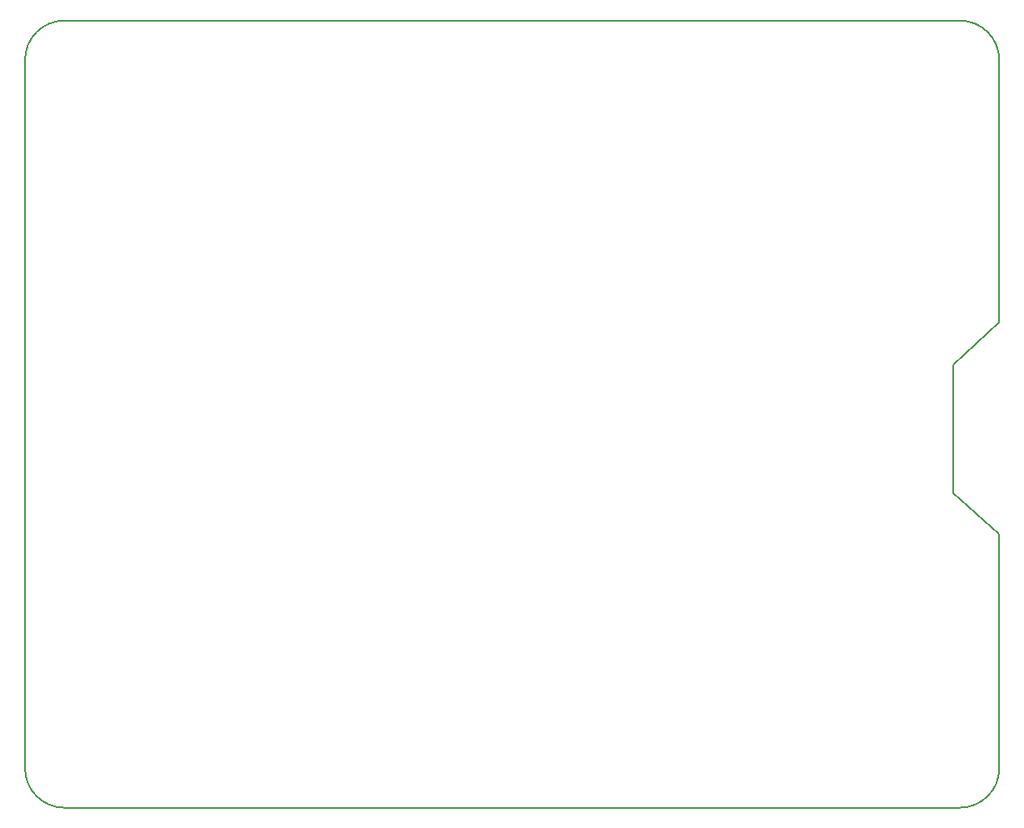
<source format=gm1>
G04 #@! TF.FileFunction,Profile,NP*
%FSLAX46Y46*%
G04 Gerber Fmt 4.6, Leading zero omitted, Abs format (unit mm)*
G04 Created by KiCad (PCBNEW 4.0.1-3.201512161002+6197~38~ubuntu15.04.1-stable) date Fri Dec 18 17:49:46 2015*
%MOMM*%
G01*
G04 APERTURE LIST*
%ADD10C,0.025400*%
%ADD11C,0.127000*%
G04 APERTURE END LIST*
D10*
D11*
X4000000Y0D02*
X95000000Y0D01*
X99000000Y49300000D02*
X94300000Y45000000D01*
X99000000Y76000000D02*
X99000000Y49300000D01*
X94300000Y38500000D02*
X94300000Y45000000D01*
X94300000Y32000000D02*
X94300000Y38500000D01*
X99000000Y27800000D02*
X94300000Y32000000D01*
X99000000Y4000000D02*
X99000000Y27800000D01*
X0Y76000000D02*
X0Y4000000D01*
X95000000Y80000000D02*
X4000000Y80000000D01*
X99000000Y76000000D02*
G75*
G03X95000000Y80000000I-4000000J0D01*
G01*
X95000000Y0D02*
G75*
G03X99000000Y4000000I0J4000000D01*
G01*
X0Y4000000D02*
G75*
G03X4000000Y0I4000000J0D01*
G01*
X4000000Y80000000D02*
G75*
G03X0Y76000000I0J-4000000D01*
G01*
M02*

</source>
